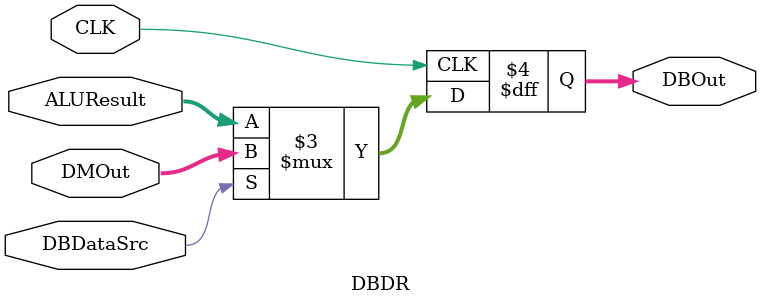
<source format=v>
`timescale 1ns / 1ps


module DBDR(
    input CLK,DBDataSrc,
    input [31:0] ALUResult, DMOut,
    output reg [31:0] DBOut
    );
    always @(negedge CLK) begin
        DBOut = DBDataSrc == 1 ? DMOut : ALUResult;
    end
endmodule

</source>
